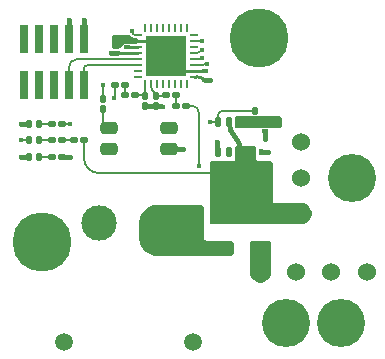
<source format=gtl>
G04*
G04 #@! TF.GenerationSoftware,Altium Limited,Altium Designer,22.0.2 (36)*
G04*
G04 Layer_Physical_Order=1*
G04 Layer_Color=255*
%FSLAX25Y25*%
%MOIN*%
G70*
G04*
G04 #@! TF.SameCoordinates,CF928A09-1532-4027-B1E1-A307E99A3D78*
G04*
G04*
G04 #@! TF.FilePolarity,Positive*
G04*
G01*
G75*
%ADD11C,0.01000*%
%ADD13C,0.00800*%
G04:AMPARAMS|DCode=16|XSize=21.65mil|YSize=31.5mil|CornerRadius=5.41mil|HoleSize=0mil|Usage=FLASHONLY|Rotation=180.000|XOffset=0mil|YOffset=0mil|HoleType=Round|Shape=RoundedRectangle|*
%AMROUNDEDRECTD16*
21,1,0.02165,0.02067,0,0,180.0*
21,1,0.01083,0.03150,0,0,180.0*
1,1,0.01083,-0.00541,0.01034*
1,1,0.01083,0.00541,0.01034*
1,1,0.01083,0.00541,-0.01034*
1,1,0.01083,-0.00541,-0.01034*
%
%ADD16ROUNDEDRECTD16*%
%ADD17O,0.00984X0.02953*%
%ADD18O,0.02953X0.00984*%
G04:AMPARAMS|DCode=19|XSize=39.37mil|YSize=57.09mil|CornerRadius=9.84mil|HoleSize=0mil|Usage=FLASHONLY|Rotation=270.000|XOffset=0mil|YOffset=0mil|HoleType=Round|Shape=RoundedRectangle|*
%AMROUNDEDRECTD19*
21,1,0.03937,0.03740,0,0,270.0*
21,1,0.01968,0.05709,0,0,270.0*
1,1,0.01968,-0.01870,-0.00984*
1,1,0.01968,-0.01870,0.00984*
1,1,0.01968,0.01870,0.00984*
1,1,0.01968,0.01870,-0.00984*
%
%ADD19ROUNDEDRECTD19*%
G04:AMPARAMS|DCode=20|XSize=21.65mil|YSize=23.62mil|CornerRadius=5.41mil|HoleSize=0mil|Usage=FLASHONLY|Rotation=90.000|XOffset=0mil|YOffset=0mil|HoleType=Round|Shape=RoundedRectangle|*
%AMROUNDEDRECTD20*
21,1,0.02165,0.01280,0,0,90.0*
21,1,0.01083,0.02362,0,0,90.0*
1,1,0.01083,0.00640,0.00541*
1,1,0.01083,0.00640,-0.00541*
1,1,0.01083,-0.00640,-0.00541*
1,1,0.01083,-0.00640,0.00541*
%
%ADD20ROUNDEDRECTD20*%
G04:AMPARAMS|DCode=21|XSize=21.65mil|YSize=23.62mil|CornerRadius=5.41mil|HoleSize=0mil|Usage=FLASHONLY|Rotation=180.000|XOffset=0mil|YOffset=0mil|HoleType=Round|Shape=RoundedRectangle|*
%AMROUNDEDRECTD21*
21,1,0.02165,0.01280,0,0,180.0*
21,1,0.01083,0.02362,0,0,180.0*
1,1,0.01083,-0.00541,0.00640*
1,1,0.01083,0.00541,0.00640*
1,1,0.01083,0.00541,-0.00640*
1,1,0.01083,-0.00541,-0.00640*
%
%ADD21ROUNDEDRECTD21*%
G04:AMPARAMS|DCode=22|XSize=29.13mil|YSize=94.49mil|CornerRadius=7.28mil|HoleSize=0mil|Usage=FLASHONLY|Rotation=180.000|XOffset=0mil|YOffset=0mil|HoleType=Round|Shape=RoundedRectangle|*
%AMROUNDEDRECTD22*
21,1,0.02913,0.07992,0,0,180.0*
21,1,0.01457,0.09449,0,0,180.0*
1,1,0.01457,-0.00728,0.03996*
1,1,0.01457,0.00728,0.03996*
1,1,0.01457,0.00728,-0.03996*
1,1,0.01457,-0.00728,-0.03996*
%
%ADD22ROUNDEDRECTD22*%
G04:AMPARAMS|DCode=23|XSize=19.68mil|YSize=23.62mil|CornerRadius=4.92mil|HoleSize=0mil|Usage=FLASHONLY|Rotation=0.000|XOffset=0mil|YOffset=0mil|HoleType=Round|Shape=RoundedRectangle|*
%AMROUNDEDRECTD23*
21,1,0.01968,0.01378,0,0,0.0*
21,1,0.00984,0.02362,0,0,0.0*
1,1,0.00984,0.00492,-0.00689*
1,1,0.00984,-0.00492,-0.00689*
1,1,0.00984,-0.00492,0.00689*
1,1,0.00984,0.00492,0.00689*
%
%ADD23ROUNDEDRECTD23*%
G04:AMPARAMS|DCode=24|XSize=62.99mil|YSize=39.37mil|CornerRadius=9.84mil|HoleSize=0mil|Usage=FLASHONLY|Rotation=0.000|XOffset=0mil|YOffset=0mil|HoleType=Round|Shape=RoundedRectangle|*
%AMROUNDEDRECTD24*
21,1,0.06299,0.01968,0,0,0.0*
21,1,0.04331,0.03937,0,0,0.0*
1,1,0.01968,0.02165,-0.00984*
1,1,0.01968,-0.02165,-0.00984*
1,1,0.01968,-0.02165,0.00984*
1,1,0.01968,0.02165,0.00984*
%
%ADD24ROUNDEDRECTD24*%
G04:AMPARAMS|DCode=25|XSize=15.75mil|YSize=19.68mil|CornerRadius=3.94mil|HoleSize=0mil|Usage=FLASHONLY|Rotation=270.000|XOffset=0mil|YOffset=0mil|HoleType=Round|Shape=RoundedRectangle|*
%AMROUNDEDRECTD25*
21,1,0.01575,0.01181,0,0,270.0*
21,1,0.00787,0.01968,0,0,270.0*
1,1,0.00787,-0.00591,-0.00394*
1,1,0.00787,-0.00591,0.00394*
1,1,0.00787,0.00591,0.00394*
1,1,0.00787,0.00591,-0.00394*
%
%ADD25ROUNDEDRECTD25*%
G04:AMPARAMS|DCode=26|XSize=15.75mil|YSize=19.68mil|CornerRadius=3.94mil|HoleSize=0mil|Usage=FLASHONLY|Rotation=0.000|XOffset=0mil|YOffset=0mil|HoleType=Round|Shape=RoundedRectangle|*
%AMROUNDEDRECTD26*
21,1,0.01575,0.01181,0,0,0.0*
21,1,0.00787,0.01968,0,0,0.0*
1,1,0.00787,0.00394,-0.00591*
1,1,0.00787,-0.00394,-0.00591*
1,1,0.00787,-0.00394,0.00591*
1,1,0.00787,0.00394,0.00591*
%
%ADD26ROUNDEDRECTD26*%
%ADD41C,0.01600*%
%ADD42R,0.13386X0.13386*%
%ADD43C,0.11811*%
%ADD44C,0.05906*%
%ADD45C,0.16000*%
%ADD46C,0.06000*%
%ADD47C,0.19685*%
%ADD48C,0.01968*%
%ADD49C,0.01772*%
%ADD50C,0.02362*%
G36*
X41500Y-11500D02*
X41500Y-11500D01*
X41500Y-11500D01*
X41957Y-11590D01*
X42072Y-11637D01*
X42270Y-11769D01*
X42353Y-11854D01*
X42500Y-12000D01*
Y-12000D01*
X42624Y-12112D01*
X42902Y-12298D01*
X43212Y-12427D01*
X43540Y-12492D01*
X43650Y-12497D01*
X43764Y-12520D01*
X44147D01*
X44283Y-12576D01*
X44424Y-12717D01*
X44500Y-12901D01*
Y-14099D01*
X44424Y-14283D01*
X44283Y-14424D01*
X44100Y-14500D01*
X42000D01*
X41900Y-14433D01*
X41591Y-14372D01*
X40409D01*
X40100Y-14433D01*
X39837Y-14609D01*
X39716Y-14791D01*
X39646Y-14854D01*
X38881Y-15619D01*
X38601Y-15806D01*
X38291Y-15934D01*
X37961Y-16000D01*
X37793Y-16000D01*
X36801D01*
X36434Y-15848D01*
X36152Y-15566D01*
X36000Y-15199D01*
Y-12301D01*
X36152Y-11934D01*
X36434Y-11652D01*
X36801Y-11500D01*
X41500D01*
X41500Y-11500D01*
D02*
G37*
G36*
X92066Y-38652D02*
X92348Y-38934D01*
X92500Y-39301D01*
Y-39500D01*
Y-41500D01*
Y-41699D01*
X92348Y-42066D01*
X92066Y-42348D01*
X91699Y-42500D01*
X88000D01*
X87900Y-42433D01*
X87590Y-42372D01*
X87103D01*
X87000Y-42351D01*
X86897Y-42372D01*
X86409D01*
X86100Y-42433D01*
X86000Y-42500D01*
X77801D01*
X77434Y-42348D01*
X77152Y-42066D01*
X77000Y-41699D01*
Y-41500D01*
Y-41000D01*
Y-39500D01*
Y-39301D01*
X77152Y-38934D01*
X77434Y-38652D01*
X77801Y-38500D01*
X91699D01*
X92066Y-38652D01*
D02*
G37*
G36*
X66066Y-68152D02*
X66348Y-68434D01*
X66500Y-68801D01*
Y-69000D01*
Y-79000D01*
X66519Y-79195D01*
X66668Y-79556D01*
X66944Y-79831D01*
X67305Y-79981D01*
X67500Y-80000D01*
X75699D01*
X76066Y-80152D01*
X76348Y-80434D01*
X76500Y-80801D01*
Y-81000D01*
Y-84000D01*
Y-84199D01*
X76348Y-84566D01*
X76066Y-84848D01*
X75699Y-85000D01*
X51000D01*
X50409Y-85000D01*
X49250Y-84769D01*
X48158Y-84317D01*
X47175Y-83661D01*
X46339Y-82825D01*
X45683Y-81842D01*
X45231Y-80750D01*
X45000Y-79591D01*
X45000Y-79000D01*
Y-79000D01*
Y-74500D01*
X45000Y-73860D01*
X45250Y-72604D01*
X45740Y-71421D01*
X46451Y-70357D01*
X47357Y-69451D01*
X48421Y-68740D01*
X49604Y-68250D01*
X50860Y-68000D01*
X51500Y-68000D01*
X51500Y-68000D01*
X65699D01*
X66066Y-68152D01*
D02*
G37*
G36*
X83566Y-48652D02*
X83848Y-48934D01*
X84000Y-49301D01*
Y-49500D01*
Y-52500D01*
X84019Y-52695D01*
X84168Y-53056D01*
X84444Y-53332D01*
X84805Y-53481D01*
X85000Y-53500D01*
X88699D01*
X89066Y-53652D01*
X89348Y-53934D01*
X89500Y-54301D01*
Y-54500D01*
Y-66500D01*
X89519Y-66695D01*
X89669Y-67056D01*
X89944Y-67331D01*
X90305Y-67481D01*
X90500Y-67500D01*
X99345D01*
X100021Y-67634D01*
X100658Y-67898D01*
X101231Y-68281D01*
X101719Y-68769D01*
X102102Y-69342D01*
X102366Y-69979D01*
X102500Y-70655D01*
Y-71000D01*
Y-71345D01*
X102366Y-72021D01*
X102102Y-72658D01*
X101719Y-73231D01*
X101231Y-73719D01*
X100658Y-74102D01*
X100021Y-74366D01*
X99345Y-74500D01*
X69301D01*
X68933Y-74348D01*
X68652Y-74067D01*
X68500Y-73699D01*
Y-73500D01*
Y-54500D01*
Y-54301D01*
X68652Y-53934D01*
X68933Y-53652D01*
X69301Y-53500D01*
X76000D01*
X76195Y-53481D01*
X76556Y-53332D01*
X76832Y-53056D01*
X76981Y-52695D01*
X77000Y-52500D01*
Y-49500D01*
Y-49301D01*
X77152Y-48934D01*
X77434Y-48652D01*
X77801Y-48500D01*
X83199D01*
X83566Y-48652D01*
D02*
G37*
G36*
X88566Y-80152D02*
X88848Y-80434D01*
X89000Y-80801D01*
Y-81000D01*
Y-90500D01*
Y-90845D01*
X88866Y-91521D01*
X88602Y-92158D01*
X88219Y-92731D01*
X87731Y-93219D01*
X87158Y-93602D01*
X86521Y-93866D01*
X85845Y-94000D01*
X85155D01*
X84479Y-93866D01*
X83842Y-93602D01*
X83269Y-93219D01*
X82781Y-92731D01*
X82398Y-92158D01*
X82134Y-91521D01*
X82000Y-90845D01*
Y-90500D01*
Y-81000D01*
Y-80801D01*
X82152Y-80434D01*
X82433Y-80152D01*
X82801Y-80000D01*
X88199D01*
X88566Y-80152D01*
D02*
G37*
D11*
X67000Y-26575D02*
G03*
X64139Y-25390I-2861J-2861D01*
G01*
X68819Y-26575D02*
G03*
X69000Y-26500I0J255D01*
G01*
X33000Y-40791D02*
G03*
X34862Y-42654I1862J0D01*
G01*
X40327Y-28371D02*
G03*
X40173Y-28000I-524J0D01*
G01*
X47523Y-31610D02*
G03*
X47000Y-31827I0J-739D01*
G01*
X49669Y-14169D02*
G03*
X49079Y-13579I-591J0D01*
G01*
X58331Y-22831D02*
G03*
X58921Y-23421I591J0D01*
G01*
X37500Y-17516D02*
X44748D01*
X37500Y-17575D02*
Y-17516D01*
X41020Y-15555D02*
X44740D01*
X44748Y-13579D02*
X49079D01*
X44740Y-15555D02*
X44748Y-15547D01*
X41000Y-15575D02*
X41020Y-15555D01*
X58921Y-23421D02*
X63252D01*
X66996D02*
X67000Y-23425D01*
X63252Y-25390D02*
X64139D01*
X63252Y-23421D02*
X66996D01*
D13*
X65000Y-37500D02*
G03*
X62500Y-35000I-2500J0D01*
G01*
X57173Y-34629D02*
G03*
X57327Y-35000I524J0D01*
G01*
X50500Y-31827D02*
G03*
X49916Y-30416I-1996J0D01*
G01*
X53038Y-31827D02*
G03*
X53827Y-31500I0J1116D01*
G01*
X49916Y-30416D02*
G03*
X49915Y-30415I-1412J-1411D01*
G01*
X49499Y-29999D02*
G03*
X49500Y-30000I1018J1016D01*
G01*
X49079Y-28983D02*
G03*
X49499Y-29999I1438J0D01*
G01*
X64831Y-19484D02*
G03*
X66000Y-19000I0J1653D01*
G01*
X66407Y-21453D02*
G03*
X67500Y-21000I0J1546D01*
G01*
X28047Y-21453D02*
G03*
X26500Y-23000I0J-1547D01*
G01*
X24516Y-19484D02*
G03*
X21500Y-22500I0J-3016D01*
G01*
X63548Y-17516D02*
G03*
X66000Y-16500I0J3468D01*
G01*
X37000Y-28418D02*
G03*
X36827Y-28000I-591J0D01*
G01*
X36500Y-32500D02*
G03*
X36827Y-31711I-789J789D01*
G01*
X42500Y-10000D02*
G03*
X44110Y-11610I1610J0D01*
G01*
X68500Y-40500D02*
G03*
X68690Y-40579I190J190D01*
G01*
X26673Y-52673D02*
G03*
X31500Y-57500I4827J0D01*
G01*
X72748Y-36827D02*
G03*
X71260Y-38315I0J-1489D01*
G01*
X65000Y-55000D02*
Y-37500D01*
X60673Y-35000D02*
X62500D01*
X57173Y-34629D02*
Y-31500D01*
X50500Y-31827D02*
X53038D01*
X49079Y-28983D02*
Y-27752D01*
X49915Y-30415D02*
X49916Y-30416D01*
X49500Y-30000D02*
X49915Y-30415D01*
X49499Y-29999D02*
X49500Y-30000D01*
X63252Y-19484D02*
X64831D01*
X26500Y-28177D02*
Y-23000D01*
X28047Y-21453D02*
X44748D01*
X21500Y-28177D02*
Y-22500D01*
X24516Y-19484D02*
X44748D01*
X63252Y-17516D02*
X63548D01*
X33000Y-32827D02*
Y-28000D01*
X36827Y-31711D02*
Y-28000D01*
X63252Y-21453D02*
X66407D01*
X63252Y-13579D02*
X66000D01*
X44110Y-11610D02*
X44748D01*
X33000Y-40791D02*
Y-36173D01*
X40327Y-31500D02*
Y-28371D01*
X47110Y-30977D02*
Y-27752D01*
X43673Y-31500D02*
X47327D01*
X44719Y-17545D02*
X44748Y-17516D01*
X11772Y-41000D02*
X15827D01*
X19173D02*
X22000D01*
X5500Y-46500D02*
X8228D01*
X68690Y-40579D02*
X71260D01*
Y-38315D01*
X31500Y-57500D02*
X68500D01*
X26673Y-52673D02*
Y-46500D01*
X19173D02*
X23327D01*
X11772D02*
X15827D01*
X11772Y-52000D02*
X15827D01*
X72748Y-36827D02*
X83500D01*
D16*
X71260Y-50421D02*
D03*
X75000D02*
D03*
X78740D02*
D03*
Y-40579D02*
D03*
X75000D02*
D03*
X71260D02*
D03*
D17*
X47110Y-27752D02*
D03*
X49079D02*
D03*
X51047D02*
D03*
X53016D02*
D03*
X54984D02*
D03*
X56953D02*
D03*
X58921D02*
D03*
X60890D02*
D03*
Y-9248D02*
D03*
X58921D02*
D03*
X56953D02*
D03*
X54984D02*
D03*
X53016D02*
D03*
X51047D02*
D03*
X49079D02*
D03*
X47110D02*
D03*
D18*
X63252Y-25390D02*
D03*
Y-23421D02*
D03*
Y-21453D02*
D03*
Y-19484D02*
D03*
Y-17516D02*
D03*
Y-15547D02*
D03*
Y-13579D02*
D03*
Y-11610D02*
D03*
X44748D02*
D03*
Y-13579D02*
D03*
Y-15547D02*
D03*
Y-17516D02*
D03*
Y-19484D02*
D03*
Y-21453D02*
D03*
Y-23421D02*
D03*
Y-25390D02*
D03*
D19*
X55138Y-42654D02*
D03*
Y-49347D02*
D03*
X34862Y-42654D02*
D03*
Y-49347D02*
D03*
D20*
X19173Y-52000D02*
D03*
X15827D02*
D03*
X19173Y-46500D02*
D03*
X15827D02*
D03*
X26673D02*
D03*
X23327D02*
D03*
X57173Y-31500D02*
D03*
X53827D02*
D03*
X60673Y-35000D02*
D03*
X57327D02*
D03*
X15827Y-41000D02*
D03*
X19173D02*
D03*
X40327Y-31500D02*
D03*
X43673D02*
D03*
X36827Y-28000D02*
D03*
X40173D02*
D03*
D21*
X83500Y-36827D02*
D03*
Y-40173D02*
D03*
X50500Y-31827D02*
D03*
Y-35173D02*
D03*
X47000Y-31827D02*
D03*
Y-35173D02*
D03*
X33000Y-32827D02*
D03*
Y-36173D02*
D03*
D22*
X6500Y-28177D02*
D03*
X11500D02*
D03*
X16500D02*
D03*
X21500D02*
D03*
X26500D02*
D03*
X6500Y-12823D02*
D03*
X11500D02*
D03*
X16500D02*
D03*
X21500D02*
D03*
X26500D02*
D03*
D23*
X11772Y-52000D02*
D03*
X8228D02*
D03*
X11772Y-46500D02*
D03*
X8228D02*
D03*
X11772Y-41000D02*
D03*
X8228D02*
D03*
D24*
X73000Y-82472D02*
D03*
Y-66528D02*
D03*
X85500Y-82472D02*
D03*
Y-66528D02*
D03*
D25*
X87000Y-40425D02*
D03*
Y-43575D02*
D03*
X67000Y-26575D02*
D03*
Y-23425D02*
D03*
X41000Y-12425D02*
D03*
Y-15575D02*
D03*
X37500Y-14425D02*
D03*
Y-17575D02*
D03*
D26*
X82425Y-50500D02*
D03*
X85575D02*
D03*
D41*
X53000Y-35500D02*
G03*
X52211Y-35173I-789J-789D01*
G01*
X55138Y-49347D02*
G03*
X55509Y-49500I371J371D01*
G01*
X75000Y-40672D02*
G03*
X77000Y-45500I6828J0D01*
G01*
X78740Y-49701D02*
G03*
X77000Y-45500I-5941J0D01*
G01*
X50500Y-35173D02*
X52211D01*
X47000D02*
X50500D01*
X21500Y-12823D02*
Y-6500D01*
X26500Y-12823D02*
Y-6500D01*
X55509Y-49500D02*
X59500D01*
X35681Y-17575D02*
X37500D01*
X67000Y-26575D02*
X68819D01*
X5500Y-41000D02*
X8228D01*
X5500Y-52000D02*
X8228D01*
X19173D02*
X22000D01*
X71000Y-50421D02*
Y-47000D01*
Y-50421D02*
X71260D01*
X85575Y-50500D02*
X88000D01*
X87000Y-46000D02*
Y-43575D01*
X75000Y-40672D02*
Y-40579D01*
X78740Y-50421D02*
Y-49701D01*
Y-50421D02*
X82425D01*
Y-50500D02*
Y-50421D01*
D42*
X54000Y-18500D02*
D03*
D43*
X31657Y-74315D02*
D03*
X51342D02*
D03*
D44*
X63153Y-113685D02*
D03*
X19847D02*
D03*
D45*
X116000Y-59000D02*
D03*
X93950Y-107500D02*
D03*
X112450D02*
D03*
D46*
X99000Y-70800D02*
D03*
Y-59000D02*
D03*
Y-47200D02*
D03*
X85500Y-90500D02*
D03*
X97300D02*
D03*
X109100D02*
D03*
X120900D02*
D03*
D47*
X85000Y-12500D02*
D03*
X12500Y-80500D02*
D03*
D48*
X49669Y-22831D02*
D03*
Y-18500D02*
D03*
Y-14169D02*
D03*
X54000Y-22831D02*
D03*
Y-18500D02*
D03*
Y-14169D02*
D03*
X58331Y-22831D02*
D03*
Y-18500D02*
D03*
Y-14169D02*
D03*
D49*
X65000Y-55000D02*
D03*
X53000Y-35500D02*
D03*
X21500Y-6500D02*
D03*
X26500D02*
D03*
X59500Y-49500D02*
D03*
X33000Y-28000D02*
D03*
X36500Y-32500D02*
D03*
X67500Y-21000D02*
D03*
X66000Y-19000D02*
D03*
Y-16500D02*
D03*
Y-13579D02*
D03*
X35681Y-17575D02*
D03*
X68819Y-26575D02*
D03*
X42500Y-10000D02*
D03*
X38000Y-12500D02*
D03*
X22000Y-41000D02*
D03*
X5500D02*
D03*
Y-46500D02*
D03*
Y-52000D02*
D03*
X68500Y-40500D02*
D03*
X22000Y-52000D02*
D03*
X71000Y-47000D02*
D03*
X88000Y-50500D02*
D03*
X87000Y-46000D02*
D03*
D50*
X64500Y-76000D02*
D03*
X57500Y-83000D02*
D03*
X61000D02*
D03*
Y-79500D02*
D03*
X64500D02*
D03*
Y-83000D02*
D03*
X85000Y-71500D02*
D03*
X76500D02*
D03*
X90500Y-40500D02*
D03*
M02*

</source>
